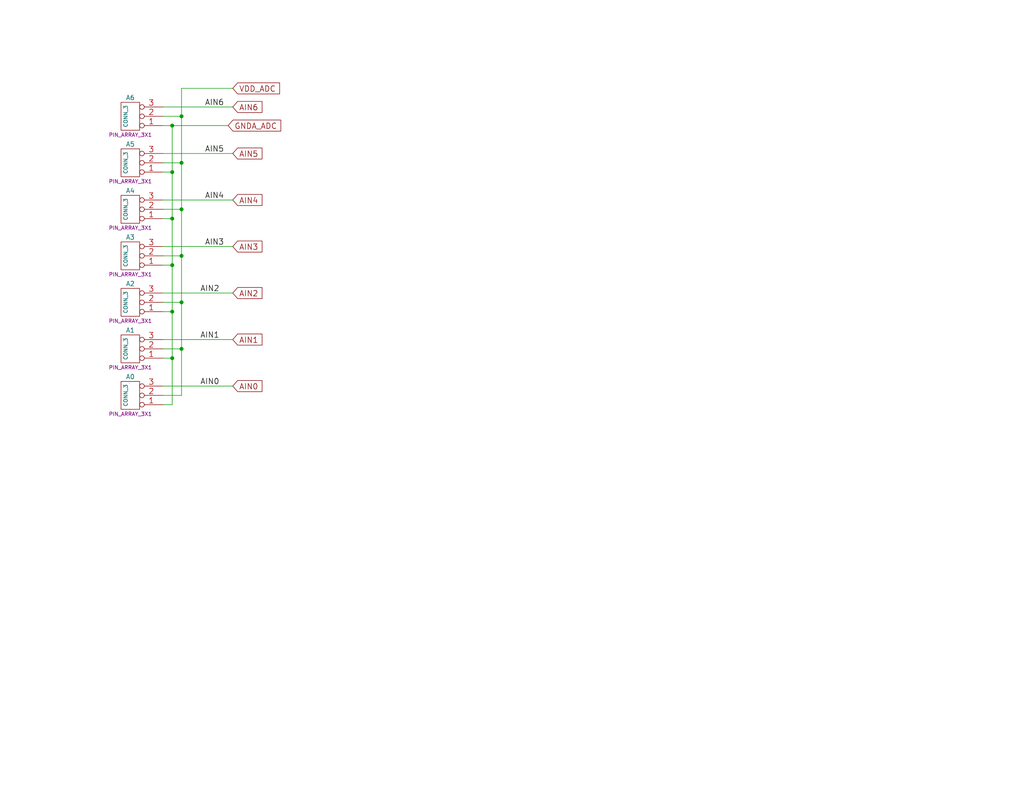
<source format=kicad_sch>
(kicad_sch (version 20211123) (generator eeschema)
  (paper "A")
  (title_block (date "24 feb 2015"))
  (lib_symbols
    (symbol "BBB-GVS-4-rescue:CONN_3" (pin_names (offset 1.016) hide)
      (property "Reference" "K" (at -1.27 0 90))
      (property "Value" "CONN_3" (at 1.27 0 90))
      (symbol "CONN_3_0_1"
        (rectangle (start -2.54 3.81) (end 2.54 -3.81))
      )
      (symbol "CONN_3_1_1"
        (pin passive inverted (at -8.89 2.54 0) (length 6.35) (name "P1") (number "1"))
        (pin passive inverted (at -8.89 0 0) (length 6.35) (name "PM") (number "2"))
        (pin passive inverted (at -8.89 -2.54 0) (length 6.35) (name "P3") (number "3"))
      )
    )
  )
  (junction (at 46.99 72.39))
  (junction (at 49.53 57.15))
  (junction (at 46.99 34.29))
  (junction (at 49.53 95.25))
  (junction (at 49.53 31.75))
  (junction (at 49.53 69.85))
  (junction (at 46.99 59.69))
  (junction (at 46.99 46.99))
  (junction (at 46.99 97.79))
  (junction (at 49.53 82.55))
  (junction (at 49.53 44.45))
  (junction (at 46.99 85.09))
  (wire (pts (xy 46.99 72.39) (xy 46.99 85.09)))
  (wire (pts (xy 44.45 46.99) (xy 46.99 46.99)))
  (wire (pts (xy 44.45 67.31) (xy 63.5 67.31)))
  (wire (pts (xy 44.45 105.41) (xy 63.5 105.41)))
  (wire (pts (xy 44.45 54.61) (xy 63.5 54.61)))
  (wire (pts (xy 49.53 31.75) (xy 49.53 24.13)))
  (wire (pts (xy 49.53 107.95) (xy 49.53 95.25)))
  (wire (pts (xy 44.45 31.75) (xy 49.53 31.75)))
  (wire (pts (xy 46.99 34.29) (xy 46.99 46.99)))
  (wire (pts (xy 49.53 95.25) (xy 49.53 82.55)))
  (wire (pts (xy 44.45 80.01) (xy 63.5 80.01)))
  (wire (pts (xy 46.99 46.99) (xy 46.99 59.69)))
  (wire (pts (xy 46.99 34.29) (xy 62.23 34.29)))
  (wire (pts (xy 46.99 97.79) (xy 46.99 110.49)))
  (wire (pts (xy 44.45 85.09) (xy 46.99 85.09)))
  (wire (pts (xy 46.99 59.69) (xy 46.99 72.39)))
  (wire (pts (xy 44.45 110.49) (xy 46.99 110.49)))
  (wire (pts (xy 44.45 95.25) (xy 49.53 95.25)))
  (wire (pts (xy 44.45 34.29) (xy 46.99 34.29)))
  (wire (pts (xy 44.45 82.55) (xy 49.53 82.55)))
  (wire (pts (xy 44.45 97.79) (xy 46.99 97.79)))
  (wire (pts (xy 44.45 107.95) (xy 49.53 107.95)))
  (wire (pts (xy 46.99 85.09) (xy 46.99 97.79)))
  (wire (pts (xy 44.45 41.91) (xy 63.5 41.91)))
  (wire (pts (xy 49.53 24.13) (xy 63.5 24.13)))
  (wire (pts (xy 49.53 82.55) (xy 49.53 69.85)))
  (wire (pts (xy 44.45 44.45) (xy 49.53 44.45)))
  (wire (pts (xy 49.53 44.45) (xy 49.53 31.75)))
  (wire (pts (xy 44.45 59.69) (xy 46.99 59.69)))
  (wire (pts (xy 49.53 69.85) (xy 49.53 57.15)))
  (wire (pts (xy 44.45 29.21) (xy 63.5 29.21)))
  (wire (pts (xy 44.45 72.39) (xy 46.99 72.39)))
  (wire (pts (xy 44.45 57.15) (xy 49.53 57.15)))
  (wire (pts (xy 44.45 92.71) (xy 63.5 92.71)))
  (wire (pts (xy 44.45 69.85) (xy 49.53 69.85)))
  (wire (pts (xy 49.53 57.15) (xy 49.53 44.45)))
  (label "AIN0" (at 54.61 105.41 0) (effects (font (size 1.524 1.524))))
  (label "AIN4" (at 55.88 54.61 0) (effects (font (size 1.524 1.524))))
  (label "AIN6" (at 55.88 29.21 0) (effects (font (size 1.524 1.524))))
  (label "AIN3" (at 55.88 67.31 0) (effects (font (size 1.524 1.524))))
  (label "AIN2" (at 54.61 80.01 0) (effects (font (size 1.524 1.524))))
  (label "AIN1" (at 54.61 92.71 0) (effects (font (size 1.524 1.524))))
  (label "AIN5" (at 55.88 41.91 0) (effects (font (size 1.524 1.524))))
  (global_label "AIN5" (shape input) (at 63.5 41.91 0) (effects (font (size 1.524 1.524))) (property "Intersheet References" "${INTERSHEET_REFS}" (effects hide)))
  (global_label "AIN4" (shape input) (at 63.5 54.61 0) (effects (font (size 1.524 1.524))) (property "Intersheet References" "${INTERSHEET_REFS}" (effects hide)))
  (global_label "AIN3" (shape input) (at 63.5 67.31 0) (effects (font (size 1.524 1.524))) (property "Intersheet References" "${INTERSHEET_REFS}" (effects hide)))
  (global_label "VDD_ADC" (shape input) (at 63.5 24.13 0) (effects (font (size 1.524 1.524))) (property "Intersheet References" "${INTERSHEET_REFS}" (effects hide)))
  (global_label "AIN2" (shape input) (at 63.5 80.01 0) (effects (font (size 1.524 1.524))) (property "Intersheet References" "${INTERSHEET_REFS}" (effects hide)))
  (global_label "AIN0" (shape input) (at 63.5 105.41 0) (effects (font (size 1.524 1.524))) (property "Intersheet References" "${INTERSHEET_REFS}" (effects hide)))
  (global_label "GNDA_ADC" (shape input) (at 62.23 34.29 0) (effects (font (size 1.524 1.524))) (property "Intersheet References" "${INTERSHEET_REFS}" (effects hide)))
  (global_label "AIN1" (shape input) (at 63.5 92.71 0) (effects (font (size 1.524 1.524))) (property "Intersheet References" "${INTERSHEET_REFS}" (effects hide)))
  (global_label "AIN6" (shape input) (at 63.5 29.21 0) (effects (font (size 1.524 1.524))) (property "Intersheet References" "${INTERSHEET_REFS}" (effects hide)))
  (symbol (lib_id "BBB-GVS-4-rescue:CONN_3") (at 35.56 31.75 180) (unit 1)
    (property "Reference" "A6" (at 35.56 26.67 0))
    (property "Value" "CONN_3" (at 34.29 31.75 90) (effects (font (size 1.016 1.016))))
    (property "Footprint" "PIN_ARRAY_3X1" (at 35.56 36.83 0) (effects (font (size 1.016 1.016))))
  )
  (symbol (lib_id "BBB-GVS-4-rescue:CONN_3") (at 35.56 44.45 180) (unit 1)
    (property "Reference" "A5" (at 35.56 39.37 0))
    (property "Value" "CONN_3" (at 34.29 44.45 90) (effects (font (size 1.016 1.016))))
    (property "Footprint" "PIN_ARRAY_3X1" (at 35.56 49.53 0) (effects (font (size 1.016 1.016))))
  )
  (symbol (lib_id "BBB-GVS-4-rescue:CONN_3") (at 35.56 57.15 180) (unit 1)
    (property "Reference" "A4" (at 35.56 52.07 0))
    (property "Value" "CONN_3" (at 34.29 57.15 90) (effects (font (size 1.016 1.016))))
    (property "Footprint" "PIN_ARRAY_3X1" (at 35.56 62.23 0) (effects (font (size 1.016 1.016))))
  )
  (symbol (lib_id "BBB-GVS-4-rescue:CONN_3") (at 35.56 69.85 180) (unit 1)
    (property "Reference" "A3" (at 35.56 64.77 0))
    (property "Value" "CONN_3" (at 34.29 69.85 90) (effects (font (size 1.016 1.016))))
    (property "Footprint" "PIN_ARRAY_3X1" (at 35.56 74.93 0) (effects (font (size 1.016 1.016))))
  )
  (symbol (lib_id "BBB-GVS-4-rescue:CONN_3") (at 35.56 82.55 180) (unit 1)
    (property "Reference" "A2" (at 35.56 77.47 0))
    (property "Value" "CONN_3" (at 34.29 82.55 90) (effects (font (size 1.016 1.016))))
    (property "Footprint" "PIN_ARRAY_3X1" (at 35.56 87.63 0) (effects (font (size 1.016 1.016))))
  )
  (symbol (lib_id "BBB-GVS-4-rescue:CONN_3") (at 35.56 95.25 180) (unit 1)
    (property "Reference" "A1" (at 35.56 90.17 0))
    (property "Value" "CONN_3" (at 34.29 95.25 90) (effects (font (size 1.016 1.016))))
    (property "Footprint" "PIN_ARRAY_3X1" (at 35.56 100.33 0) (effects (font (size 1.016 1.016))))
  )
  (symbol (lib_id "BBB-GVS-4-rescue:CONN_3") (at 35.56 107.95 180) (unit 1)
    (property "Reference" "A0" (at 35.56 102.87 0))
    (property "Value" "CONN_3" (at 34.29 107.95 90) (effects (font (size 1.016 1.016))))
    (property "Footprint" "PIN_ARRAY_3X1" (at 35.56 113.03 0) (effects (font (size 1.016 1.016))))
  )
)
</source>
